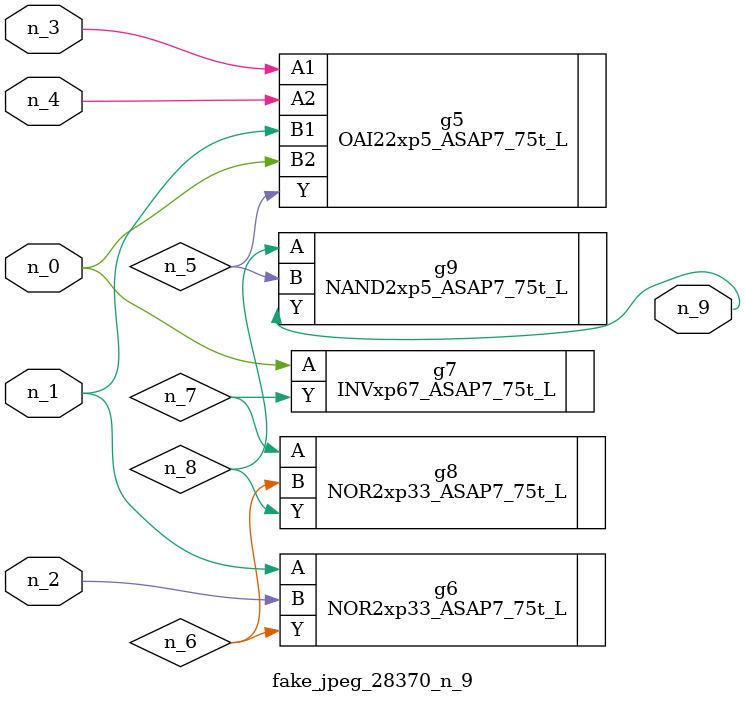
<source format=v>
module fake_jpeg_28370_n_9 (n_3, n_2, n_1, n_0, n_4, n_9);

input n_3;
input n_2;
input n_1;
input n_0;
input n_4;

output n_9;

wire n_8;
wire n_6;
wire n_5;
wire n_7;

OAI22xp5_ASAP7_75t_L g5 ( 
.A1(n_3),
.A2(n_4),
.B1(n_1),
.B2(n_0),
.Y(n_5)
);

NOR2xp33_ASAP7_75t_L g6 ( 
.A(n_1),
.B(n_2),
.Y(n_6)
);

INVxp67_ASAP7_75t_L g7 ( 
.A(n_0),
.Y(n_7)
);

NOR2xp33_ASAP7_75t_L g8 ( 
.A(n_7),
.B(n_6),
.Y(n_8)
);

NAND2xp5_ASAP7_75t_L g9 ( 
.A(n_8),
.B(n_5),
.Y(n_9)
);


endmodule
</source>
